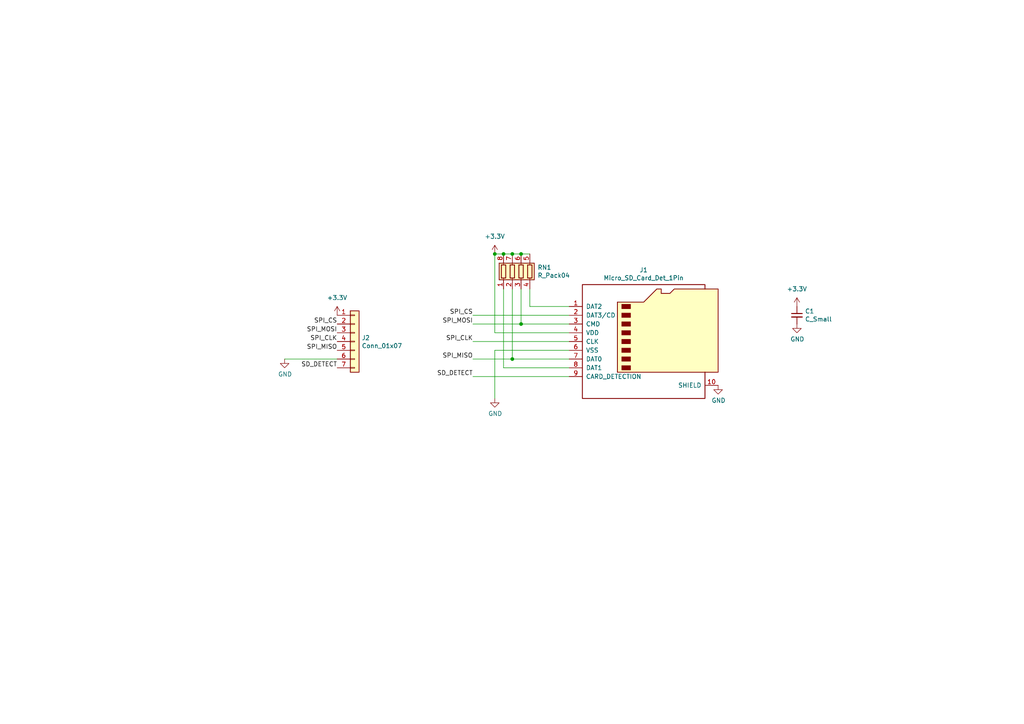
<source format=kicad_sch>
(kicad_sch (version 20211123) (generator eeschema)
  (paper "A4")
  (lib_symbols
    (symbol "Connector_Generic:Conn_01x07" (pin_names (offset 1.016) hide)
      (property "Reference" "J" (at 0 10.16 0))
      (property "Value" "Conn_01x07" (at 0 -10.16 0))
      (symbol "Conn_01x07_1_1"
        (rectangle (start -1.27 -7.493) (end 0 -7.747) (stroke (width 0.1524)))
        (rectangle (start -1.27 -4.953) (end 0 -5.207) (stroke (width 0.1524)))
        (rectangle (start -1.27 -2.413) (end 0 -2.667) (stroke (width 0.1524)))
        (rectangle (start -1.27 0.127) (end 0 -0.127) (stroke (width 0.1524)))
        (rectangle (start -1.27 2.667) (end 0 2.413) (stroke (width 0.1524)))
        (rectangle (start -1.27 5.207) (end 0 4.953) (stroke (width 0.1524)))
        (rectangle (start -1.27 7.747) (end 0 7.493) (stroke (width 0.1524)))
        (rectangle (start -1.27 8.89) (end 1.27 -8.89) (stroke (width 0.254)) (fill (type background)))
        (pin passive line (at -5.08 7.62 0) (length 3.81) (name "Pin_1") (number "1"))
        (pin passive line (at -5.08 5.08 0) (length 3.81) (name "Pin_2") (number "2"))
        (pin passive line (at -5.08 2.54 0) (length 3.81) (name "Pin_3") (number "3"))
        (pin passive line (at -5.08 0 0) (length 3.81) (name "Pin_4") (number "4"))
        (pin passive line (at -5.08 -2.54 0) (length 3.81) (name "Pin_5") (number "5"))
        (pin passive line (at -5.08 -5.08 0) (length 3.81) (name "Pin_6") (number "6"))
        (pin passive line (at -5.08 -7.62 0) (length 3.81) (name "Pin_7") (number "7"))
      )
    )
    (symbol "Device:C_Small" (pin_numbers hide) (pin_names (offset 0.254) hide)
      (property "Reference" "C" (at 0.254 1.778 0))
      (property "Value" "C_Small" (at 0.254 -2.032 0))
      (symbol "C_Small_0_1"
        (polyline (pts (xy -1.524 -0.508) (xy 1.524 -0.508)) (stroke (width 0.3302)))
        (polyline (pts (xy -1.524 0.508) (xy 1.524 0.508)) (stroke (width 0.3048)))
      )
      (symbol "C_Small_1_1"
        (pin passive line (at 0 2.54 270) (length 2.032) (name "~") (number "1"))
        (pin passive line (at 0 -2.54 90) (length 2.032) (name "~") (number "2"))
      )
    )
    (symbol "Device:R_Pack04" (pin_names (offset 0) hide)
      (property "Reference" "RN" (at -7.62 0 90))
      (property "Value" "R_Pack04" (at 5.08 0 90))
      (symbol "R_Pack04_0_1"
        (rectangle (start -6.35 -2.413) (end 3.81 2.413) (stroke (width 0.254)) (fill (type background)))
        (rectangle (start -5.715 1.905) (end -4.445 -1.905) (stroke (width 0.254)))
        (rectangle (start -3.175 1.905) (end -1.905 -1.905) (stroke (width 0.254)))
        (rectangle (start -0.635 1.905) (end 0.635 -1.905) (stroke (width 0.254)))
        (polyline (pts (xy -5.08 -2.54) (xy -5.08 -1.905)))
        (polyline (pts (xy -5.08 1.905) (xy -5.08 2.54)))
        (polyline (pts (xy -2.54 -2.54) (xy -2.54 -1.905)))
        (polyline (pts (xy -2.54 1.905) (xy -2.54 2.54)))
        (polyline (pts (xy 0 -2.54) (xy 0 -1.905)))
        (polyline (pts (xy 0 1.905) (xy 0 2.54)))
        (polyline (pts (xy 2.54 -2.54) (xy 2.54 -1.905)))
        (polyline (pts (xy 2.54 1.905) (xy 2.54 2.54)))
        (rectangle (start 1.905 1.905) (end 3.175 -1.905) (stroke (width 0.254)))
      )
      (symbol "R_Pack04_1_1"
        (pin passive line (at -5.08 -5.08 90) (length 2.54) (name "R1.1") (number "1"))
        (pin passive line (at -2.54 -5.08 90) (length 2.54) (name "R2.1") (number "2"))
        (pin passive line (at 0 -5.08 90) (length 2.54) (name "R3.1") (number "3"))
        (pin passive line (at 2.54 -5.08 90) (length 2.54) (name "R4.1") (number "4"))
        (pin passive line (at 2.54 5.08 270) (length 2.54) (name "R4.2") (number "5"))
        (pin passive line (at 0 5.08 270) (length 2.54) (name "R3.2") (number "6"))
        (pin passive line (at -2.54 5.08 270) (length 2.54) (name "R2.2") (number "7"))
        (pin passive line (at -5.08 5.08 270) (length 2.54) (name "R1.2") (number "8"))
      )
    )
    (symbol "Sassa:Micro_SD_Card_Det_1Pin" (pin_names (offset 1.016))
      (property "Reference" "J" (at -16.51 17.78 0))
      (property "Value" "Micro_SD_Card_Det_1Pin" (at 16.51 17.78 0))
      (symbol "Micro_SD_Card_Det_1Pin_0_1"
        (rectangle (start -7.62 -6.985) (end -5.08 -8.255) (fill (type outline)))
        (rectangle (start -7.62 -4.445) (end -5.08 -5.715) (fill (type outline)))
        (rectangle (start -7.62 -1.905) (end -5.08 -3.175) (fill (type outline)))
        (rectangle (start -7.62 0.635) (end -5.08 -0.635) (fill (type outline)))
        (rectangle (start -7.62 3.175) (end -5.08 1.905) (fill (type outline)))
        (rectangle (start -7.62 5.715) (end -5.08 4.445) (fill (type outline)))
        (rectangle (start -7.62 8.255) (end -5.08 6.985) (fill (type outline)))
        (rectangle (start -7.62 10.795) (end -5.08 9.525) (fill (type outline)))
        (polyline (pts (xy 16.51 15.24) (xy 16.51 16.51) (xy -19.05 16.51) (xy -19.05 -16.51) (xy 16.51 -16.51) (xy 16.51 -8.89)) (stroke (width 0.254)))
        (polyline (pts (xy -8.89 -8.89) (xy -8.89 11.43) (xy -1.27 11.43) (xy 2.54 15.24) (xy 3.81 15.24) (xy 3.81 13.97) (xy 6.35 13.97) (xy 7.62 15.24) (xy 20.32 15.24) (xy 20.32 -8.89) (xy -8.89 -8.89)) (stroke (width 0.254)) (fill (type background)))
      )
      (symbol "Micro_SD_Card_Det_1Pin_1_1"
        (pin bidirectional line (at -22.86 10.16 0) (length 3.81) (name "DAT2") (number "1"))
        (pin passive line (at 20.32 -12.7 180) (length 3.81) (name "SHIELD") (number "10"))
        (pin bidirectional line (at -22.86 7.62 0) (length 3.81) (name "DAT3/CD") (number "2"))
        (pin input line (at -22.86 5.08 0) (length 3.81) (name "CMD") (number "3"))
        (pin power_in line (at -22.86 2.54 0) (length 3.81) (name "VDD") (number "4"))
        (pin input line (at -22.86 0 0) (length 3.81) (name "CLK") (number "5"))
        (pin power_in line (at -22.86 -2.54 0) (length 3.81) (name "VSS") (number "6"))
        (pin input line (at -22.86 -5.08 0) (length 3.81) (name "DAT0") (number "7"))
        (pin input line (at -22.86 -7.62 0) (length 3.81) (name "DAT1") (number "8"))
        (pin passive line (at -22.86 -10.16 0) (length 3.81) (name "CARD_DETECTION") (number "9"))
      )
    )
    (symbol "power:+3.3V" (power) (pin_names (offset 0))
      (property "Value" "+3.3V" (at 0 3.556 0))
      (symbol "+3.3V_0_1"
        (polyline (pts (xy -0.762 1.27) (xy 0 2.54)))
        (polyline (pts (xy 0 0) (xy 0 2.54)))
        (polyline (pts (xy 0 2.54) (xy 0.762 1.27)))
      )
      (symbol "+3.3V_1_1"
        (pin power_in line (at 0 0 90) (length 0) hide (name "+3.3V") (number "1"))
      )
    )
    (symbol "power:GND" (power) (pin_names (offset 0))
      (property "Value" "GND" (at 0 -3.81 0))
      (symbol "GND_0_1"
        (polyline (pts (xy 0 0) (xy 0 -1.27) (xy 1.27 -1.27) (xy 0 -2.54) (xy -1.27 -1.27) (xy 0 -1.27)))
      )
      (symbol "GND_1_1"
        (pin power_in line (at 0 0 270) (length 0) hide (name "GND") (number "1"))
      )
    )
  )
  (junction (at 148.59 73.66))
  (junction (at 151.13 93.98))
  (junction (at 143.51 73.66))
  (junction (at 146.05 73.66))
  (junction (at 151.13 73.66))
  (junction (at 148.59 104.14))
  (wire (pts (xy 143.51 73.66) (xy 146.05 73.66)))
  (wire (pts (xy 148.59 83.82) (xy 148.59 104.14)))
  (wire (pts (xy 153.67 88.9) (xy 153.67 83.82)))
  (wire (pts (xy 165.1 88.9) (xy 153.67 88.9)))
  (wire (pts (xy 146.05 73.66) (xy 148.59 73.66)))
  (wire (pts (xy 146.05 106.68) (xy 165.1 106.68)))
  (wire (pts (xy 151.13 73.66) (xy 153.67 73.66)))
  (wire (pts (xy 165.1 101.6) (xy 143.51 101.6)))
  (wire (pts (xy 137.16 93.98) (xy 151.13 93.98)))
  (wire (pts (xy 137.16 104.14) (xy 148.59 104.14)))
  (wire (pts (xy 148.59 104.14) (xy 165.1 104.14)))
  (wire (pts (xy 137.16 109.22) (xy 165.1 109.22)))
  (wire (pts (xy 82.55 104.14) (xy 97.79 104.14)))
  (wire (pts (xy 151.13 93.98) (xy 165.1 93.98)))
  (wire (pts (xy 165.1 96.52) (xy 143.51 96.52)))
  (wire (pts (xy 143.51 101.6) (xy 143.51 115.57)))
  (wire (pts (xy 148.59 73.66) (xy 151.13 73.66)))
  (wire (pts (xy 146.05 106.68) (xy 146.05 83.82)))
  (wire (pts (xy 151.13 83.82) (xy 151.13 93.98)))
  (wire (pts (xy 137.16 91.44) (xy 165.1 91.44)))
  (wire (pts (xy 137.16 99.06) (xy 165.1 99.06)))
  (wire (pts (xy 143.51 96.52) (xy 143.51 73.66)))
  (label "SPI_MISO" (at 97.79 101.6 180))
  (label "SPI_CLK" (at 137.16 99.06 180))
  (label "SPI_MISO" (at 137.16 104.14 180))
  (label "SD_DETECT" (at 137.16 109.22 180))
  (label "SPI_MOSI" (at 137.16 93.98 180))
  (label "SPI_CS" (at 137.16 91.44 180))
  (label "SPI_CLK" (at 97.79 99.06 180))
  (label "SPI_MOSI" (at 97.79 96.52 180))
  (label "SD_DETECT" (at 97.79 106.68 180))
  (label "SPI_CS" (at 97.79 93.98 180))
  (symbol (lib_id "Sassa:Micro_SD_Card_Det_1Pin") (at 187.96 99.06 0) (unit 1)
    (property "Reference" "J1" (at 186.69 78.3082 0))
    (property "Value" "Micro_SD_Card_Det_1Pin" (at 186.69 80.6196 0))
    (property "Footprint" "Sassa:TFP09-2-12B" (effects hide))
    (property "Datasheet" "https://www.hirose.com/product/en/download_file/key_name/DM3/category/Catalog/doc_file_id/49662/?file_category_id=4&item_id=195&is_series=1" (effects hide))
  )
  (symbol (lib_id "Connector_Generic:Conn_01x07") (at 102.87 99.06 0) (unit 1)
    (property "Reference" "J2" (at 104.902 97.9932 0) (effects (justify left)))
    (property "Value" "Conn_01x07" (at 104.902 100.3046 0) (effects (justify left)))
    (property "Footprint" "Connector_PinHeader_2.54mm:PinHeader_1x07_P2.54mm_Vertical" (effects hide))
  )
  (symbol (lib_id "power:GND") (at 82.55 104.14 0) (unit 1)
    (property "Reference" "#PWR?" (effects hide))
    (property "Value" "GND" (at 82.677 108.5342 0))
  )
  (symbol (lib_id "Device:R_Pack04") (at 151.13 78.74 0) (unit 1)
    (property "Reference" "RN1" (at 155.9052 77.5716 0) (effects (justify left)))
    (property "Value" "R_Pack04" (at 155.9052 79.883 0) (effects (justify left)))
    (property "Footprint" "Resistor_SMD:R_Array_Convex_4x0603" (effects hide))
  )
  (symbol (lib_id "power:GND") (at 143.51 115.57 0) (unit 1)
    (property "Reference" "#PWR?" (effects hide))
    (property "Value" "GND" (at 143.637 119.9642 0))
  )
  (symbol (lib_id "power:GND") (at 208.28 111.76 0) (unit 1)
    (property "Reference" "#PWR?" (effects hide))
    (property "Value" "GND" (at 208.407 116.1542 0))
  )
  (symbol (lib_id "power:GND") (at 231.14 93.98 0) (unit 1)
    (property "Reference" "#PWR?" (effects hide))
    (property "Value" "GND" (at 231.267 98.3742 0))
  )
  (symbol (lib_id "Device:C_Small") (at 231.14 91.44 0) (unit 1)
    (property "Reference" "C1" (at 233.4768 90.2716 0) (effects (justify left)))
    (property "Value" "C_Small" (at 233.4768 92.583 0) (effects (justify left)))
    (property "Footprint" "Capacitor_SMD:C_0805_2012Metric" (effects hide))
  )
  (symbol (lib_id "power:+3.3V") (at 97.79 91.44 0) (unit 1)
    (property "Reference" "#PWR?" (effects hide))
    (property "Value" "+3.3V" (at 97.79 86.36 0))
  )
  (symbol (lib_id "power:+3.3V") (at 231.14 88.9 0) (unit 1)
    (property "Reference" "#PWR?" (effects hide))
    (property "Value" "+3.3V" (at 231.14 83.82 0))
  )
  (symbol (lib_id "power:+3.3V") (at 143.51 73.66 0) (unit 1)
    (property "Reference" "#PWR?" (effects hide))
    (property "Value" "+3.3V" (at 143.51 68.58 0))
  )
)
</source>
